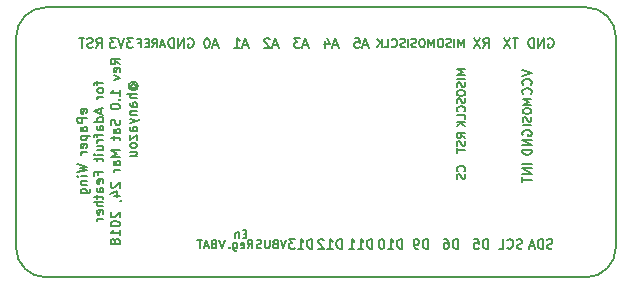
<source format=gbr>
G04 #@! TF.FileFunction,Legend,Bot*
%FSLAX46Y46*%
G04 Gerber Fmt 4.6, Leading zero omitted, Abs format (unit mm)*
G04 Created by KiCad (PCBNEW 4.0.7) date 2018 March 24, Saturday 15:13:57*
%MOMM*%
%LPD*%
G01*
G04 APERTURE LIST*
%ADD10C,0.150000*%
%ADD11C,0.200000*%
G04 APERTURE END LIST*
D10*
D11*
X129287810Y-101663904D02*
X129325905Y-101587714D01*
X129325905Y-101435333D01*
X129287810Y-101359142D01*
X129211619Y-101321047D01*
X128906857Y-101321047D01*
X128830667Y-101359142D01*
X128792571Y-101435333D01*
X128792571Y-101587714D01*
X128830667Y-101663904D01*
X128906857Y-101701999D01*
X128983048Y-101701999D01*
X129059238Y-101321047D01*
X129325905Y-102044856D02*
X128525905Y-102044856D01*
X128525905Y-102349618D01*
X128564000Y-102425809D01*
X128602095Y-102463904D01*
X128678286Y-102501999D01*
X128792571Y-102501999D01*
X128868762Y-102463904D01*
X128906857Y-102425809D01*
X128944952Y-102349618D01*
X128944952Y-102044856D01*
X129325905Y-103187713D02*
X128906857Y-103187713D01*
X128830667Y-103149618D01*
X128792571Y-103073428D01*
X128792571Y-102921047D01*
X128830667Y-102844856D01*
X129287810Y-103187713D02*
X129325905Y-103111523D01*
X129325905Y-102921047D01*
X129287810Y-102844856D01*
X129211619Y-102806761D01*
X129135429Y-102806761D01*
X129059238Y-102844856D01*
X129021143Y-102921047D01*
X129021143Y-103111523D01*
X128983048Y-103187713D01*
X128792571Y-103568666D02*
X129592571Y-103568666D01*
X128830667Y-103568666D02*
X128792571Y-103644857D01*
X128792571Y-103797238D01*
X128830667Y-103873428D01*
X128868762Y-103911523D01*
X128944952Y-103949619D01*
X129173524Y-103949619D01*
X129249714Y-103911523D01*
X129287810Y-103873428D01*
X129325905Y-103797238D01*
X129325905Y-103644857D01*
X129287810Y-103568666D01*
X129287810Y-104597238D02*
X129325905Y-104521048D01*
X129325905Y-104368667D01*
X129287810Y-104292476D01*
X129211619Y-104254381D01*
X128906857Y-104254381D01*
X128830667Y-104292476D01*
X128792571Y-104368667D01*
X128792571Y-104521048D01*
X128830667Y-104597238D01*
X128906857Y-104635333D01*
X128983048Y-104635333D01*
X129059238Y-104254381D01*
X129325905Y-104978190D02*
X128792571Y-104978190D01*
X128944952Y-104978190D02*
X128868762Y-105016285D01*
X128830667Y-105054381D01*
X128792571Y-105130571D01*
X128792571Y-105206762D01*
X128525905Y-106006762D02*
X129325905Y-106197238D01*
X128754476Y-106349619D01*
X129325905Y-106502000D01*
X128525905Y-106692476D01*
X129325905Y-106997238D02*
X128792571Y-106997238D01*
X128525905Y-106997238D02*
X128564000Y-106959143D01*
X128602095Y-106997238D01*
X128564000Y-107035333D01*
X128525905Y-106997238D01*
X128602095Y-106997238D01*
X128792571Y-107378190D02*
X129325905Y-107378190D01*
X128868762Y-107378190D02*
X128830667Y-107416285D01*
X128792571Y-107492476D01*
X128792571Y-107606762D01*
X128830667Y-107682952D01*
X128906857Y-107721047D01*
X129325905Y-107721047D01*
X128792571Y-108444857D02*
X129440190Y-108444857D01*
X129516381Y-108406762D01*
X129554476Y-108368667D01*
X129592571Y-108292476D01*
X129592571Y-108178191D01*
X129554476Y-108102000D01*
X129287810Y-108444857D02*
X129325905Y-108368667D01*
X129325905Y-108216286D01*
X129287810Y-108140095D01*
X129249714Y-108102000D01*
X129173524Y-108063905D01*
X128944952Y-108063905D01*
X128868762Y-108102000D01*
X128830667Y-108140095D01*
X128792571Y-108216286D01*
X128792571Y-108368667D01*
X128830667Y-108444857D01*
X130192571Y-98978189D02*
X130192571Y-99282951D01*
X130725905Y-99092475D02*
X130040190Y-99092475D01*
X129964000Y-99130570D01*
X129925905Y-99206761D01*
X129925905Y-99282951D01*
X130725905Y-99663904D02*
X130687810Y-99587713D01*
X130649714Y-99549618D01*
X130573524Y-99511523D01*
X130344952Y-99511523D01*
X130268762Y-99549618D01*
X130230667Y-99587713D01*
X130192571Y-99663904D01*
X130192571Y-99778190D01*
X130230667Y-99854380D01*
X130268762Y-99892475D01*
X130344952Y-99930571D01*
X130573524Y-99930571D01*
X130649714Y-99892475D01*
X130687810Y-99854380D01*
X130725905Y-99778190D01*
X130725905Y-99663904D01*
X130725905Y-100273428D02*
X130192571Y-100273428D01*
X130344952Y-100273428D02*
X130268762Y-100311523D01*
X130230667Y-100349619D01*
X130192571Y-100425809D01*
X130192571Y-100502000D01*
X130497333Y-101340095D02*
X130497333Y-101721047D01*
X130725905Y-101263904D02*
X129925905Y-101530571D01*
X130725905Y-101797238D01*
X130725905Y-102406761D02*
X129925905Y-102406761D01*
X130687810Y-102406761D02*
X130725905Y-102330571D01*
X130725905Y-102178190D01*
X130687810Y-102101999D01*
X130649714Y-102063904D01*
X130573524Y-102025809D01*
X130344952Y-102025809D01*
X130268762Y-102063904D01*
X130230667Y-102101999D01*
X130192571Y-102178190D01*
X130192571Y-102330571D01*
X130230667Y-102406761D01*
X130725905Y-103130571D02*
X130306857Y-103130571D01*
X130230667Y-103092476D01*
X130192571Y-103016286D01*
X130192571Y-102863905D01*
X130230667Y-102787714D01*
X130687810Y-103130571D02*
X130725905Y-103054381D01*
X130725905Y-102863905D01*
X130687810Y-102787714D01*
X130611619Y-102749619D01*
X130535429Y-102749619D01*
X130459238Y-102787714D01*
X130421143Y-102863905D01*
X130421143Y-103054381D01*
X130383048Y-103130571D01*
X130192571Y-103397238D02*
X130192571Y-103702000D01*
X130725905Y-103511524D02*
X130040190Y-103511524D01*
X129964000Y-103549619D01*
X129925905Y-103625810D01*
X129925905Y-103702000D01*
X130725905Y-103968667D02*
X130192571Y-103968667D01*
X130344952Y-103968667D02*
X130268762Y-104006762D01*
X130230667Y-104044858D01*
X130192571Y-104121048D01*
X130192571Y-104197239D01*
X130192571Y-104806762D02*
X130725905Y-104806762D01*
X130192571Y-104463905D02*
X130611619Y-104463905D01*
X130687810Y-104502000D01*
X130725905Y-104578191D01*
X130725905Y-104692477D01*
X130687810Y-104768667D01*
X130649714Y-104806762D01*
X130725905Y-105187715D02*
X130192571Y-105187715D01*
X129925905Y-105187715D02*
X129964000Y-105149620D01*
X130002095Y-105187715D01*
X129964000Y-105225810D01*
X129925905Y-105187715D01*
X130002095Y-105187715D01*
X130192571Y-105454381D02*
X130192571Y-105759143D01*
X129925905Y-105568667D02*
X130611619Y-105568667D01*
X130687810Y-105606762D01*
X130725905Y-105682953D01*
X130725905Y-105759143D01*
X130306857Y-106902001D02*
X130306857Y-106635334D01*
X130725905Y-106635334D02*
X129925905Y-106635334D01*
X129925905Y-107016287D01*
X130687810Y-107625810D02*
X130725905Y-107549620D01*
X130725905Y-107397239D01*
X130687810Y-107321048D01*
X130611619Y-107282953D01*
X130306857Y-107282953D01*
X130230667Y-107321048D01*
X130192571Y-107397239D01*
X130192571Y-107549620D01*
X130230667Y-107625810D01*
X130306857Y-107663905D01*
X130383048Y-107663905D01*
X130459238Y-107282953D01*
X130725905Y-108349619D02*
X130306857Y-108349619D01*
X130230667Y-108311524D01*
X130192571Y-108235334D01*
X130192571Y-108082953D01*
X130230667Y-108006762D01*
X130687810Y-108349619D02*
X130725905Y-108273429D01*
X130725905Y-108082953D01*
X130687810Y-108006762D01*
X130611619Y-107968667D01*
X130535429Y-107968667D01*
X130459238Y-108006762D01*
X130421143Y-108082953D01*
X130421143Y-108273429D01*
X130383048Y-108349619D01*
X130192571Y-108616286D02*
X130192571Y-108921048D01*
X129925905Y-108730572D02*
X130611619Y-108730572D01*
X130687810Y-108768667D01*
X130725905Y-108844858D01*
X130725905Y-108921048D01*
X130725905Y-109187715D02*
X129925905Y-109187715D01*
X130725905Y-109530572D02*
X130306857Y-109530572D01*
X130230667Y-109492477D01*
X130192571Y-109416287D01*
X130192571Y-109302001D01*
X130230667Y-109225810D01*
X130268762Y-109187715D01*
X130687810Y-110216287D02*
X130725905Y-110140097D01*
X130725905Y-109987716D01*
X130687810Y-109911525D01*
X130611619Y-109873430D01*
X130306857Y-109873430D01*
X130230667Y-109911525D01*
X130192571Y-109987716D01*
X130192571Y-110140097D01*
X130230667Y-110216287D01*
X130306857Y-110254382D01*
X130383048Y-110254382D01*
X130459238Y-109873430D01*
X130725905Y-110597239D02*
X130192571Y-110597239D01*
X130344952Y-110597239D02*
X130268762Y-110635334D01*
X130230667Y-110673430D01*
X130192571Y-110749620D01*
X130192571Y-110825811D01*
X132125905Y-97511522D02*
X131744952Y-97244855D01*
X132125905Y-97054379D02*
X131325905Y-97054379D01*
X131325905Y-97359141D01*
X131364000Y-97435332D01*
X131402095Y-97473427D01*
X131478286Y-97511522D01*
X131592571Y-97511522D01*
X131668762Y-97473427D01*
X131706857Y-97435332D01*
X131744952Y-97359141D01*
X131744952Y-97054379D01*
X132087810Y-98159141D02*
X132125905Y-98082951D01*
X132125905Y-97930570D01*
X132087810Y-97854379D01*
X132011619Y-97816284D01*
X131706857Y-97816284D01*
X131630667Y-97854379D01*
X131592571Y-97930570D01*
X131592571Y-98082951D01*
X131630667Y-98159141D01*
X131706857Y-98197236D01*
X131783048Y-98197236D01*
X131859238Y-97816284D01*
X131592571Y-98463903D02*
X132125905Y-98654379D01*
X131592571Y-98844855D01*
X132125905Y-100178189D02*
X132125905Y-99721046D01*
X132125905Y-99949617D02*
X131325905Y-99949617D01*
X131440190Y-99873427D01*
X131516381Y-99797236D01*
X131554476Y-99721046D01*
X132049714Y-100521046D02*
X132087810Y-100559141D01*
X132125905Y-100521046D01*
X132087810Y-100482951D01*
X132049714Y-100521046D01*
X132125905Y-100521046D01*
X131325905Y-101054379D02*
X131325905Y-101130570D01*
X131364000Y-101206760D01*
X131402095Y-101244855D01*
X131478286Y-101282951D01*
X131630667Y-101321046D01*
X131821143Y-101321046D01*
X131973524Y-101282951D01*
X132049714Y-101244855D01*
X132087810Y-101206760D01*
X132125905Y-101130570D01*
X132125905Y-101054379D01*
X132087810Y-100978189D01*
X132049714Y-100940093D01*
X131973524Y-100901998D01*
X131821143Y-100863903D01*
X131630667Y-100863903D01*
X131478286Y-100901998D01*
X131402095Y-100940093D01*
X131364000Y-100978189D01*
X131325905Y-101054379D01*
X132087810Y-102235332D02*
X132125905Y-102349618D01*
X132125905Y-102540094D01*
X132087810Y-102616284D01*
X132049714Y-102654380D01*
X131973524Y-102692475D01*
X131897333Y-102692475D01*
X131821143Y-102654380D01*
X131783048Y-102616284D01*
X131744952Y-102540094D01*
X131706857Y-102387713D01*
X131668762Y-102311522D01*
X131630667Y-102273427D01*
X131554476Y-102235332D01*
X131478286Y-102235332D01*
X131402095Y-102273427D01*
X131364000Y-102311522D01*
X131325905Y-102387713D01*
X131325905Y-102578189D01*
X131364000Y-102692475D01*
X132125905Y-103378189D02*
X131706857Y-103378189D01*
X131630667Y-103340094D01*
X131592571Y-103263904D01*
X131592571Y-103111523D01*
X131630667Y-103035332D01*
X132087810Y-103378189D02*
X132125905Y-103301999D01*
X132125905Y-103111523D01*
X132087810Y-103035332D01*
X132011619Y-102997237D01*
X131935429Y-102997237D01*
X131859238Y-103035332D01*
X131821143Y-103111523D01*
X131821143Y-103301999D01*
X131783048Y-103378189D01*
X131592571Y-103644856D02*
X131592571Y-103949618D01*
X131325905Y-103759142D02*
X132011619Y-103759142D01*
X132087810Y-103797237D01*
X132125905Y-103873428D01*
X132125905Y-103949618D01*
X132125905Y-104825809D02*
X131325905Y-104825809D01*
X131897333Y-105092476D01*
X131325905Y-105359143D01*
X132125905Y-105359143D01*
X132125905Y-106082952D02*
X131706857Y-106082952D01*
X131630667Y-106044857D01*
X131592571Y-105968667D01*
X131592571Y-105816286D01*
X131630667Y-105740095D01*
X132087810Y-106082952D02*
X132125905Y-106006762D01*
X132125905Y-105816286D01*
X132087810Y-105740095D01*
X132011619Y-105702000D01*
X131935429Y-105702000D01*
X131859238Y-105740095D01*
X131821143Y-105816286D01*
X131821143Y-106006762D01*
X131783048Y-106082952D01*
X132125905Y-106463905D02*
X131592571Y-106463905D01*
X131744952Y-106463905D02*
X131668762Y-106502000D01*
X131630667Y-106540096D01*
X131592571Y-106616286D01*
X131592571Y-106692477D01*
X131402095Y-107530572D02*
X131364000Y-107568667D01*
X131325905Y-107644858D01*
X131325905Y-107835334D01*
X131364000Y-107911524D01*
X131402095Y-107949620D01*
X131478286Y-107987715D01*
X131554476Y-107987715D01*
X131668762Y-107949620D01*
X132125905Y-107492477D01*
X132125905Y-107987715D01*
X131592571Y-108673429D02*
X132125905Y-108673429D01*
X131287810Y-108482953D02*
X131859238Y-108292477D01*
X131859238Y-108787715D01*
X132087810Y-109130572D02*
X132125905Y-109130572D01*
X132202095Y-109092477D01*
X132240190Y-109054382D01*
X131402095Y-110044858D02*
X131364000Y-110082953D01*
X131325905Y-110159144D01*
X131325905Y-110349620D01*
X131364000Y-110425810D01*
X131402095Y-110463906D01*
X131478286Y-110502001D01*
X131554476Y-110502001D01*
X131668762Y-110463906D01*
X132125905Y-110006763D01*
X132125905Y-110502001D01*
X131325905Y-110997239D02*
X131325905Y-111073430D01*
X131364000Y-111149620D01*
X131402095Y-111187715D01*
X131478286Y-111225811D01*
X131630667Y-111263906D01*
X131821143Y-111263906D01*
X131973524Y-111225811D01*
X132049714Y-111187715D01*
X132087810Y-111149620D01*
X132125905Y-111073430D01*
X132125905Y-110997239D01*
X132087810Y-110921049D01*
X132049714Y-110882953D01*
X131973524Y-110844858D01*
X131821143Y-110806763D01*
X131630667Y-110806763D01*
X131478286Y-110844858D01*
X131402095Y-110882953D01*
X131364000Y-110921049D01*
X131325905Y-110997239D01*
X132125905Y-112025811D02*
X132125905Y-111568668D01*
X132125905Y-111797239D02*
X131325905Y-111797239D01*
X131440190Y-111721049D01*
X131516381Y-111644858D01*
X131554476Y-111568668D01*
X131668762Y-112482954D02*
X131630667Y-112406763D01*
X131592571Y-112368668D01*
X131516381Y-112330573D01*
X131478286Y-112330573D01*
X131402095Y-112368668D01*
X131364000Y-112406763D01*
X131325905Y-112482954D01*
X131325905Y-112635335D01*
X131364000Y-112711525D01*
X131402095Y-112749621D01*
X131478286Y-112787716D01*
X131516381Y-112787716D01*
X131592571Y-112749621D01*
X131630667Y-112711525D01*
X131668762Y-112635335D01*
X131668762Y-112482954D01*
X131706857Y-112406763D01*
X131744952Y-112368668D01*
X131821143Y-112330573D01*
X131973524Y-112330573D01*
X132049714Y-112368668D01*
X132087810Y-112406763D01*
X132125905Y-112482954D01*
X132125905Y-112635335D01*
X132087810Y-112711525D01*
X132049714Y-112749621D01*
X131973524Y-112787716D01*
X131821143Y-112787716D01*
X131744952Y-112749621D01*
X131706857Y-112711525D01*
X131668762Y-112635335D01*
X133144952Y-99530569D02*
X133106857Y-99492474D01*
X133068762Y-99416284D01*
X133068762Y-99340093D01*
X133106857Y-99263903D01*
X133144952Y-99225807D01*
X133221143Y-99187712D01*
X133297333Y-99187712D01*
X133373524Y-99225807D01*
X133411619Y-99263903D01*
X133449714Y-99340093D01*
X133449714Y-99416284D01*
X133411619Y-99492474D01*
X133373524Y-99530569D01*
X133068762Y-99530569D02*
X133373524Y-99530569D01*
X133411619Y-99568665D01*
X133411619Y-99606760D01*
X133373524Y-99682950D01*
X133297333Y-99721045D01*
X133106857Y-99721045D01*
X132992571Y-99644855D01*
X132916381Y-99530569D01*
X132878286Y-99378188D01*
X132916381Y-99225807D01*
X132992571Y-99111522D01*
X133106857Y-99035331D01*
X133259238Y-98997236D01*
X133411619Y-99035331D01*
X133525905Y-99111522D01*
X133602095Y-99225807D01*
X133640190Y-99378188D01*
X133602095Y-99530569D01*
X133525905Y-99644855D01*
X133525905Y-100063902D02*
X132725905Y-100063902D01*
X133525905Y-100406759D02*
X133106857Y-100406759D01*
X133030667Y-100368664D01*
X132992571Y-100292474D01*
X132992571Y-100178188D01*
X133030667Y-100101997D01*
X133068762Y-100063902D01*
X133525905Y-101130569D02*
X133106857Y-101130569D01*
X133030667Y-101092474D01*
X132992571Y-101016284D01*
X132992571Y-100863903D01*
X133030667Y-100787712D01*
X133487810Y-101130569D02*
X133525905Y-101054379D01*
X133525905Y-100863903D01*
X133487810Y-100787712D01*
X133411619Y-100749617D01*
X133335429Y-100749617D01*
X133259238Y-100787712D01*
X133221143Y-100863903D01*
X133221143Y-101054379D01*
X133183048Y-101130569D01*
X132992571Y-101511522D02*
X133525905Y-101511522D01*
X133068762Y-101511522D02*
X133030667Y-101549617D01*
X132992571Y-101625808D01*
X132992571Y-101740094D01*
X133030667Y-101816284D01*
X133106857Y-101854379D01*
X133525905Y-101854379D01*
X132992571Y-102159142D02*
X133525905Y-102349618D01*
X132992571Y-102540094D02*
X133525905Y-102349618D01*
X133716381Y-102273427D01*
X133754476Y-102235332D01*
X133792571Y-102159142D01*
X133525905Y-103187713D02*
X133106857Y-103187713D01*
X133030667Y-103149618D01*
X132992571Y-103073428D01*
X132992571Y-102921047D01*
X133030667Y-102844856D01*
X133487810Y-103187713D02*
X133525905Y-103111523D01*
X133525905Y-102921047D01*
X133487810Y-102844856D01*
X133411619Y-102806761D01*
X133335429Y-102806761D01*
X133259238Y-102844856D01*
X133221143Y-102921047D01*
X133221143Y-103111523D01*
X133183048Y-103187713D01*
X132992571Y-103492476D02*
X132992571Y-103911523D01*
X133525905Y-103492476D01*
X133525905Y-103911523D01*
X133525905Y-104330571D02*
X133487810Y-104254380D01*
X133449714Y-104216285D01*
X133373524Y-104178190D01*
X133144952Y-104178190D01*
X133068762Y-104216285D01*
X133030667Y-104254380D01*
X132992571Y-104330571D01*
X132992571Y-104444857D01*
X133030667Y-104521047D01*
X133068762Y-104559142D01*
X133144952Y-104597238D01*
X133373524Y-104597238D01*
X133449714Y-104559142D01*
X133487810Y-104521047D01*
X133525905Y-104444857D01*
X133525905Y-104330571D01*
X132992571Y-105282952D02*
X133525905Y-105282952D01*
X132992571Y-104940095D02*
X133411619Y-104940095D01*
X133487810Y-104978190D01*
X133525905Y-105054381D01*
X133525905Y-105168667D01*
X133487810Y-105244857D01*
X133449714Y-105282952D01*
D10*
X125857000Y-115570000D02*
G75*
G02X123317000Y-113030000I0J2540000D01*
G01*
X123317000Y-95250000D02*
G75*
G02X125857000Y-92710000I2540000J0D01*
G01*
X171577000Y-92710000D02*
G75*
G02X174117000Y-95250000I0J-2540000D01*
G01*
X174117000Y-113030000D02*
G75*
G02X171577000Y-115570000I-2540000J0D01*
G01*
X174117000Y-113030000D02*
X174117000Y-95250000D01*
X125857000Y-115570000D02*
X171577000Y-115570000D01*
X123317000Y-95250000D02*
X123317000Y-113030000D01*
X125857000Y-92710000D02*
X171577000Y-92710000D01*
X171577000Y-92710000D02*
X125857000Y-92710000D01*
X142933666Y-113092667D02*
X143167000Y-112759333D01*
X143333666Y-113092667D02*
X143333666Y-112392667D01*
X143067000Y-112392667D01*
X143000333Y-112426000D01*
X142967000Y-112459333D01*
X142933666Y-112526000D01*
X142933666Y-112626000D01*
X142967000Y-112692667D01*
X143000333Y-112726000D01*
X143067000Y-112759333D01*
X143333666Y-112759333D01*
X142367000Y-113059333D02*
X142433666Y-113092667D01*
X142567000Y-113092667D01*
X142633666Y-113059333D01*
X142667000Y-112992667D01*
X142667000Y-112726000D01*
X142633666Y-112659333D01*
X142567000Y-112626000D01*
X142433666Y-112626000D01*
X142367000Y-112659333D01*
X142333666Y-112726000D01*
X142333666Y-112792667D01*
X142667000Y-112859333D01*
X141733666Y-112626000D02*
X141733666Y-113192667D01*
X141767000Y-113259333D01*
X141800333Y-113292667D01*
X141867000Y-113326000D01*
X141967000Y-113326000D01*
X142033666Y-113292667D01*
X141733666Y-113059333D02*
X141800333Y-113092667D01*
X141933666Y-113092667D01*
X142000333Y-113059333D01*
X142033666Y-113026000D01*
X142067000Y-112959333D01*
X142067000Y-112759333D01*
X142033666Y-112692667D01*
X142000333Y-112659333D01*
X141933666Y-112626000D01*
X141800333Y-112626000D01*
X141733666Y-112659333D01*
X141400333Y-113026000D02*
X141367000Y-113059333D01*
X141400333Y-113092667D01*
X141433667Y-113059333D01*
X141400333Y-113026000D01*
X141400333Y-113092667D01*
X140976999Y-112392667D02*
X140743666Y-113092667D01*
X140510333Y-112392667D01*
X140043666Y-112726000D02*
X139943666Y-112759333D01*
X139910333Y-112792667D01*
X139876999Y-112859333D01*
X139876999Y-112959333D01*
X139910333Y-113026000D01*
X139943666Y-113059333D01*
X140010333Y-113092667D01*
X140276999Y-113092667D01*
X140276999Y-112392667D01*
X140043666Y-112392667D01*
X139976999Y-112426000D01*
X139943666Y-112459333D01*
X139910333Y-112526000D01*
X139910333Y-112592667D01*
X139943666Y-112659333D01*
X139976999Y-112692667D01*
X140043666Y-112726000D01*
X140276999Y-112726000D01*
X139610333Y-112892667D02*
X139276999Y-112892667D01*
X139676999Y-113092667D02*
X139443666Y-112392667D01*
X139210333Y-113092667D01*
X139076999Y-112392667D02*
X138676999Y-112392667D01*
X138876999Y-113092667D02*
X138876999Y-112392667D01*
X142833666Y-111862400D02*
X142600333Y-111862400D01*
X142500333Y-112229067D02*
X142833666Y-112229067D01*
X142833666Y-111529067D01*
X142500333Y-111529067D01*
X142200333Y-111762400D02*
X142200333Y-112229067D01*
X142200333Y-111829067D02*
X142167000Y-111795733D01*
X142100333Y-111762400D01*
X142000333Y-111762400D01*
X141933667Y-111795733D01*
X141900333Y-111862400D01*
X141900333Y-112229067D01*
X146190333Y-112392667D02*
X145957000Y-113092667D01*
X145723667Y-112392667D01*
X145257000Y-112726000D02*
X145157000Y-112759333D01*
X145123667Y-112792667D01*
X145090333Y-112859333D01*
X145090333Y-112959333D01*
X145123667Y-113026000D01*
X145157000Y-113059333D01*
X145223667Y-113092667D01*
X145490333Y-113092667D01*
X145490333Y-112392667D01*
X145257000Y-112392667D01*
X145190333Y-112426000D01*
X145157000Y-112459333D01*
X145123667Y-112526000D01*
X145123667Y-112592667D01*
X145157000Y-112659333D01*
X145190333Y-112692667D01*
X145257000Y-112726000D01*
X145490333Y-112726000D01*
X144790333Y-112392667D02*
X144790333Y-112959333D01*
X144757000Y-113026000D01*
X144723667Y-113059333D01*
X144657000Y-113092667D01*
X144523667Y-113092667D01*
X144457000Y-113059333D01*
X144423667Y-113026000D01*
X144390333Y-112959333D01*
X144390333Y-112392667D01*
X144090334Y-113059333D02*
X143990334Y-113092667D01*
X143823667Y-113092667D01*
X143757000Y-113059333D01*
X143723667Y-113026000D01*
X143690334Y-112959333D01*
X143690334Y-112892667D01*
X143723667Y-112826000D01*
X143757000Y-112792667D01*
X143823667Y-112759333D01*
X143957000Y-112726000D01*
X144023667Y-112692667D01*
X144057000Y-112659333D01*
X144090334Y-112592667D01*
X144090334Y-112526000D01*
X144057000Y-112459333D01*
X144023667Y-112426000D01*
X143957000Y-112392667D01*
X143790334Y-112392667D01*
X143690334Y-112426000D01*
X148418429Y-113137905D02*
X148418429Y-112337905D01*
X148227953Y-112337905D01*
X148113667Y-112376000D01*
X148037476Y-112452190D01*
X147999381Y-112528381D01*
X147961286Y-112680762D01*
X147961286Y-112795048D01*
X147999381Y-112947429D01*
X148037476Y-113023619D01*
X148113667Y-113099810D01*
X148227953Y-113137905D01*
X148418429Y-113137905D01*
X147199381Y-113137905D02*
X147656524Y-113137905D01*
X147427953Y-113137905D02*
X147427953Y-112337905D01*
X147504143Y-112452190D01*
X147580334Y-112528381D01*
X147656524Y-112566476D01*
X146932714Y-112337905D02*
X146437476Y-112337905D01*
X146704143Y-112642667D01*
X146589857Y-112642667D01*
X146513667Y-112680762D01*
X146475571Y-112718857D01*
X146437476Y-112795048D01*
X146437476Y-112985524D01*
X146475571Y-113061714D01*
X146513667Y-113099810D01*
X146589857Y-113137905D01*
X146818429Y-113137905D01*
X146894619Y-113099810D01*
X146932714Y-113061714D01*
X150907629Y-113137905D02*
X150907629Y-112337905D01*
X150717153Y-112337905D01*
X150602867Y-112376000D01*
X150526676Y-112452190D01*
X150488581Y-112528381D01*
X150450486Y-112680762D01*
X150450486Y-112795048D01*
X150488581Y-112947429D01*
X150526676Y-113023619D01*
X150602867Y-113099810D01*
X150717153Y-113137905D01*
X150907629Y-113137905D01*
X149688581Y-113137905D02*
X150145724Y-113137905D01*
X149917153Y-113137905D02*
X149917153Y-112337905D01*
X149993343Y-112452190D01*
X150069534Y-112528381D01*
X150145724Y-112566476D01*
X149383819Y-112414095D02*
X149345724Y-112376000D01*
X149269533Y-112337905D01*
X149079057Y-112337905D01*
X149002867Y-112376000D01*
X148964771Y-112414095D01*
X148926676Y-112490286D01*
X148926676Y-112566476D01*
X148964771Y-112680762D01*
X149421914Y-113137905D01*
X148926676Y-113137905D01*
X153498429Y-113137905D02*
X153498429Y-112337905D01*
X153307953Y-112337905D01*
X153193667Y-112376000D01*
X153117476Y-112452190D01*
X153079381Y-112528381D01*
X153041286Y-112680762D01*
X153041286Y-112795048D01*
X153079381Y-112947429D01*
X153117476Y-113023619D01*
X153193667Y-113099810D01*
X153307953Y-113137905D01*
X153498429Y-113137905D01*
X152279381Y-113137905D02*
X152736524Y-113137905D01*
X152507953Y-113137905D02*
X152507953Y-112337905D01*
X152584143Y-112452190D01*
X152660334Y-112528381D01*
X152736524Y-112566476D01*
X151517476Y-113137905D02*
X151974619Y-113137905D01*
X151746048Y-113137905D02*
X151746048Y-112337905D01*
X151822238Y-112452190D01*
X151898429Y-112528381D01*
X151974619Y-112566476D01*
X156038429Y-113137905D02*
X156038429Y-112337905D01*
X155847953Y-112337905D01*
X155733667Y-112376000D01*
X155657476Y-112452190D01*
X155619381Y-112528381D01*
X155581286Y-112680762D01*
X155581286Y-112795048D01*
X155619381Y-112947429D01*
X155657476Y-113023619D01*
X155733667Y-113099810D01*
X155847953Y-113137905D01*
X156038429Y-113137905D01*
X154819381Y-113137905D02*
X155276524Y-113137905D01*
X155047953Y-113137905D02*
X155047953Y-112337905D01*
X155124143Y-112452190D01*
X155200334Y-112528381D01*
X155276524Y-112566476D01*
X154324143Y-112337905D02*
X154247952Y-112337905D01*
X154171762Y-112376000D01*
X154133667Y-112414095D01*
X154095571Y-112490286D01*
X154057476Y-112642667D01*
X154057476Y-112833143D01*
X154095571Y-112985524D01*
X154133667Y-113061714D01*
X154171762Y-113099810D01*
X154247952Y-113137905D01*
X154324143Y-113137905D01*
X154400333Y-113099810D01*
X154438429Y-113061714D01*
X154476524Y-112985524D01*
X154514619Y-112833143D01*
X154514619Y-112642667D01*
X154476524Y-112490286D01*
X154438429Y-112414095D01*
X154400333Y-112376000D01*
X154324143Y-112337905D01*
X158197476Y-113137905D02*
X158197476Y-112337905D01*
X158007000Y-112337905D01*
X157892714Y-112376000D01*
X157816523Y-112452190D01*
X157778428Y-112528381D01*
X157740333Y-112680762D01*
X157740333Y-112795048D01*
X157778428Y-112947429D01*
X157816523Y-113023619D01*
X157892714Y-113099810D01*
X158007000Y-113137905D01*
X158197476Y-113137905D01*
X157359381Y-113137905D02*
X157207000Y-113137905D01*
X157130809Y-113099810D01*
X157092714Y-113061714D01*
X157016523Y-112947429D01*
X156978428Y-112795048D01*
X156978428Y-112490286D01*
X157016523Y-112414095D01*
X157054619Y-112376000D01*
X157130809Y-112337905D01*
X157283190Y-112337905D01*
X157359381Y-112376000D01*
X157397476Y-112414095D01*
X157435571Y-112490286D01*
X157435571Y-112680762D01*
X157397476Y-112756952D01*
X157359381Y-112795048D01*
X157283190Y-112833143D01*
X157130809Y-112833143D01*
X157054619Y-112795048D01*
X157016523Y-112756952D01*
X156978428Y-112680762D01*
X160737476Y-113137905D02*
X160737476Y-112337905D01*
X160547000Y-112337905D01*
X160432714Y-112376000D01*
X160356523Y-112452190D01*
X160318428Y-112528381D01*
X160280333Y-112680762D01*
X160280333Y-112795048D01*
X160318428Y-112947429D01*
X160356523Y-113023619D01*
X160432714Y-113099810D01*
X160547000Y-113137905D01*
X160737476Y-113137905D01*
X159594619Y-112337905D02*
X159747000Y-112337905D01*
X159823190Y-112376000D01*
X159861285Y-112414095D01*
X159937476Y-112528381D01*
X159975571Y-112680762D01*
X159975571Y-112985524D01*
X159937476Y-113061714D01*
X159899381Y-113099810D01*
X159823190Y-113137905D01*
X159670809Y-113137905D01*
X159594619Y-113099810D01*
X159556523Y-113061714D01*
X159518428Y-112985524D01*
X159518428Y-112795048D01*
X159556523Y-112718857D01*
X159594619Y-112680762D01*
X159670809Y-112642667D01*
X159823190Y-112642667D01*
X159899381Y-112680762D01*
X159937476Y-112718857D01*
X159975571Y-112795048D01*
X163277476Y-113137905D02*
X163277476Y-112337905D01*
X163087000Y-112337905D01*
X162972714Y-112376000D01*
X162896523Y-112452190D01*
X162858428Y-112528381D01*
X162820333Y-112680762D01*
X162820333Y-112795048D01*
X162858428Y-112947429D01*
X162896523Y-113023619D01*
X162972714Y-113099810D01*
X163087000Y-113137905D01*
X163277476Y-113137905D01*
X162096523Y-112337905D02*
X162477476Y-112337905D01*
X162515571Y-112718857D01*
X162477476Y-112680762D01*
X162401285Y-112642667D01*
X162210809Y-112642667D01*
X162134619Y-112680762D01*
X162096523Y-112718857D01*
X162058428Y-112795048D01*
X162058428Y-112985524D01*
X162096523Y-113061714D01*
X162134619Y-113099810D01*
X162210809Y-113137905D01*
X162401285Y-113137905D01*
X162477476Y-113099810D01*
X162515571Y-113061714D01*
X166179381Y-113099810D02*
X166065095Y-113137905D01*
X165874619Y-113137905D01*
X165798429Y-113099810D01*
X165760333Y-113061714D01*
X165722238Y-112985524D01*
X165722238Y-112909333D01*
X165760333Y-112833143D01*
X165798429Y-112795048D01*
X165874619Y-112756952D01*
X166027000Y-112718857D01*
X166103191Y-112680762D01*
X166141286Y-112642667D01*
X166179381Y-112566476D01*
X166179381Y-112490286D01*
X166141286Y-112414095D01*
X166103191Y-112376000D01*
X166027000Y-112337905D01*
X165836524Y-112337905D01*
X165722238Y-112376000D01*
X164922238Y-113061714D02*
X164960333Y-113099810D01*
X165074619Y-113137905D01*
X165150809Y-113137905D01*
X165265095Y-113099810D01*
X165341286Y-113023619D01*
X165379381Y-112947429D01*
X165417476Y-112795048D01*
X165417476Y-112680762D01*
X165379381Y-112528381D01*
X165341286Y-112452190D01*
X165265095Y-112376000D01*
X165150809Y-112337905D01*
X165074619Y-112337905D01*
X164960333Y-112376000D01*
X164922238Y-112414095D01*
X164198428Y-113137905D02*
X164579381Y-113137905D01*
X164579381Y-112337905D01*
X168738428Y-113099810D02*
X168624142Y-113137905D01*
X168433666Y-113137905D01*
X168357476Y-113099810D01*
X168319380Y-113061714D01*
X168281285Y-112985524D01*
X168281285Y-112909333D01*
X168319380Y-112833143D01*
X168357476Y-112795048D01*
X168433666Y-112756952D01*
X168586047Y-112718857D01*
X168662238Y-112680762D01*
X168700333Y-112642667D01*
X168738428Y-112566476D01*
X168738428Y-112490286D01*
X168700333Y-112414095D01*
X168662238Y-112376000D01*
X168586047Y-112337905D01*
X168395571Y-112337905D01*
X168281285Y-112376000D01*
X167938428Y-113137905D02*
X167938428Y-112337905D01*
X167747952Y-112337905D01*
X167633666Y-112376000D01*
X167557475Y-112452190D01*
X167519380Y-112528381D01*
X167481285Y-112680762D01*
X167481285Y-112795048D01*
X167519380Y-112947429D01*
X167557475Y-113023619D01*
X167633666Y-113099810D01*
X167747952Y-113137905D01*
X167938428Y-113137905D01*
X167176523Y-112909333D02*
X166795571Y-112909333D01*
X167252714Y-113137905D02*
X166986047Y-112337905D01*
X166719380Y-113137905D01*
X168376523Y-95358000D02*
X168452714Y-95319905D01*
X168566999Y-95319905D01*
X168681285Y-95358000D01*
X168757476Y-95434190D01*
X168795571Y-95510381D01*
X168833666Y-95662762D01*
X168833666Y-95777048D01*
X168795571Y-95929429D01*
X168757476Y-96005619D01*
X168681285Y-96081810D01*
X168566999Y-96119905D01*
X168490809Y-96119905D01*
X168376523Y-96081810D01*
X168338428Y-96043714D01*
X168338428Y-95777048D01*
X168490809Y-95777048D01*
X167995571Y-96119905D02*
X167995571Y-95319905D01*
X167538428Y-96119905D01*
X167538428Y-95319905D01*
X167157476Y-96119905D02*
X167157476Y-95319905D01*
X166967000Y-95319905D01*
X166852714Y-95358000D01*
X166776523Y-95434190D01*
X166738428Y-95510381D01*
X166700333Y-95662762D01*
X166700333Y-95777048D01*
X166738428Y-95929429D01*
X166776523Y-96005619D01*
X166852714Y-96081810D01*
X166967000Y-96119905D01*
X167157476Y-96119905D01*
X165836524Y-95319905D02*
X165379381Y-95319905D01*
X165607952Y-96119905D02*
X165607952Y-95319905D01*
X165188904Y-95319905D02*
X164655571Y-96119905D01*
X164655571Y-95319905D02*
X165188904Y-96119905D01*
X162871133Y-96119905D02*
X163137800Y-95738952D01*
X163328276Y-96119905D02*
X163328276Y-95319905D01*
X163023514Y-95319905D01*
X162947323Y-95358000D01*
X162909228Y-95396095D01*
X162871133Y-95472286D01*
X162871133Y-95586571D01*
X162909228Y-95662762D01*
X162947323Y-95700857D01*
X163023514Y-95738952D01*
X163328276Y-95738952D01*
X162604466Y-95319905D02*
X162071133Y-96119905D01*
X162071133Y-95319905D02*
X162604466Y-96119905D01*
X161246999Y-96074667D02*
X161246999Y-95374667D01*
X161013666Y-95874667D01*
X160780333Y-95374667D01*
X160780333Y-96074667D01*
X160446999Y-96074667D02*
X160446999Y-95374667D01*
X160147000Y-96041333D02*
X160047000Y-96074667D01*
X159880333Y-96074667D01*
X159813666Y-96041333D01*
X159780333Y-96008000D01*
X159747000Y-95941333D01*
X159747000Y-95874667D01*
X159780333Y-95808000D01*
X159813666Y-95774667D01*
X159880333Y-95741333D01*
X160013666Y-95708000D01*
X160080333Y-95674667D01*
X160113666Y-95641333D01*
X160147000Y-95574667D01*
X160147000Y-95508000D01*
X160113666Y-95441333D01*
X160080333Y-95408000D01*
X160013666Y-95374667D01*
X159847000Y-95374667D01*
X159747000Y-95408000D01*
X159313666Y-95374667D02*
X159180333Y-95374667D01*
X159113666Y-95408000D01*
X159046999Y-95474667D01*
X159013666Y-95608000D01*
X159013666Y-95841333D01*
X159046999Y-95974667D01*
X159113666Y-96041333D01*
X159180333Y-96074667D01*
X159313666Y-96074667D01*
X159380333Y-96041333D01*
X159446999Y-95974667D01*
X159480333Y-95841333D01*
X159480333Y-95608000D01*
X159446999Y-95474667D01*
X159380333Y-95408000D01*
X159313666Y-95374667D01*
X158706999Y-96074667D02*
X158706999Y-95374667D01*
X158473666Y-95874667D01*
X158240333Y-95374667D01*
X158240333Y-96074667D01*
X157773666Y-95374667D02*
X157640333Y-95374667D01*
X157573666Y-95408000D01*
X157506999Y-95474667D01*
X157473666Y-95608000D01*
X157473666Y-95841333D01*
X157506999Y-95974667D01*
X157573666Y-96041333D01*
X157640333Y-96074667D01*
X157773666Y-96074667D01*
X157840333Y-96041333D01*
X157906999Y-95974667D01*
X157940333Y-95841333D01*
X157940333Y-95608000D01*
X157906999Y-95474667D01*
X157840333Y-95408000D01*
X157773666Y-95374667D01*
X157207000Y-96041333D02*
X157107000Y-96074667D01*
X156940333Y-96074667D01*
X156873666Y-96041333D01*
X156840333Y-96008000D01*
X156807000Y-95941333D01*
X156807000Y-95874667D01*
X156840333Y-95808000D01*
X156873666Y-95774667D01*
X156940333Y-95741333D01*
X157073666Y-95708000D01*
X157140333Y-95674667D01*
X157173666Y-95641333D01*
X157207000Y-95574667D01*
X157207000Y-95508000D01*
X157173666Y-95441333D01*
X157140333Y-95408000D01*
X157073666Y-95374667D01*
X156907000Y-95374667D01*
X156807000Y-95408000D01*
X156506999Y-96074667D02*
X156506999Y-95374667D01*
X156250334Y-96041333D02*
X156150334Y-96074667D01*
X155983667Y-96074667D01*
X155917000Y-96041333D01*
X155883667Y-96008000D01*
X155850334Y-95941333D01*
X155850334Y-95874667D01*
X155883667Y-95808000D01*
X155917000Y-95774667D01*
X155983667Y-95741333D01*
X156117000Y-95708000D01*
X156183667Y-95674667D01*
X156217000Y-95641333D01*
X156250334Y-95574667D01*
X156250334Y-95508000D01*
X156217000Y-95441333D01*
X156183667Y-95408000D01*
X156117000Y-95374667D01*
X155950334Y-95374667D01*
X155850334Y-95408000D01*
X155150333Y-96008000D02*
X155183667Y-96041333D01*
X155283667Y-96074667D01*
X155350333Y-96074667D01*
X155450333Y-96041333D01*
X155517000Y-95974667D01*
X155550333Y-95908000D01*
X155583667Y-95774667D01*
X155583667Y-95674667D01*
X155550333Y-95541333D01*
X155517000Y-95474667D01*
X155450333Y-95408000D01*
X155350333Y-95374667D01*
X155283667Y-95374667D01*
X155183667Y-95408000D01*
X155150333Y-95441333D01*
X154517000Y-96074667D02*
X154850333Y-96074667D01*
X154850333Y-95374667D01*
X154283666Y-96074667D02*
X154283666Y-95374667D01*
X153883666Y-96074667D02*
X154183666Y-95674667D01*
X153883666Y-95374667D02*
X154283666Y-95774667D01*
X153098428Y-95891333D02*
X152717476Y-95891333D01*
X153174619Y-96119905D02*
X152907952Y-95319905D01*
X152641285Y-96119905D01*
X151993666Y-95319905D02*
X152374619Y-95319905D01*
X152412714Y-95700857D01*
X152374619Y-95662762D01*
X152298428Y-95624667D01*
X152107952Y-95624667D01*
X152031762Y-95662762D01*
X151993666Y-95700857D01*
X151955571Y-95777048D01*
X151955571Y-95967524D01*
X151993666Y-96043714D01*
X152031762Y-96081810D01*
X152107952Y-96119905D01*
X152298428Y-96119905D01*
X152374619Y-96081810D01*
X152412714Y-96043714D01*
X150558428Y-95891333D02*
X150177476Y-95891333D01*
X150634619Y-96119905D02*
X150367952Y-95319905D01*
X150101285Y-96119905D01*
X149491762Y-95586571D02*
X149491762Y-96119905D01*
X149682238Y-95281810D02*
X149872714Y-95853238D01*
X149377476Y-95853238D01*
X148018428Y-95891333D02*
X147637476Y-95891333D01*
X148094619Y-96119905D02*
X147827952Y-95319905D01*
X147561285Y-96119905D01*
X147370809Y-95319905D02*
X146875571Y-95319905D01*
X147142238Y-95624667D01*
X147027952Y-95624667D01*
X146951762Y-95662762D01*
X146913666Y-95700857D01*
X146875571Y-95777048D01*
X146875571Y-95967524D01*
X146913666Y-96043714D01*
X146951762Y-96081810D01*
X147027952Y-96119905D01*
X147256524Y-96119905D01*
X147332714Y-96081810D01*
X147370809Y-96043714D01*
X145478428Y-95891333D02*
X145097476Y-95891333D01*
X145554619Y-96119905D02*
X145287952Y-95319905D01*
X145021285Y-96119905D01*
X144792714Y-95396095D02*
X144754619Y-95358000D01*
X144678428Y-95319905D01*
X144487952Y-95319905D01*
X144411762Y-95358000D01*
X144373666Y-95396095D01*
X144335571Y-95472286D01*
X144335571Y-95548476D01*
X144373666Y-95662762D01*
X144830809Y-96119905D01*
X144335571Y-96119905D01*
X142938428Y-95891333D02*
X142557476Y-95891333D01*
X143014619Y-96119905D02*
X142747952Y-95319905D01*
X142481285Y-96119905D01*
X141795571Y-96119905D02*
X142252714Y-96119905D01*
X142024143Y-96119905D02*
X142024143Y-95319905D01*
X142100333Y-95434190D01*
X142176524Y-95510381D01*
X142252714Y-95548476D01*
X140398428Y-95891333D02*
X140017476Y-95891333D01*
X140474619Y-96119905D02*
X140207952Y-95319905D01*
X139941285Y-96119905D01*
X139522238Y-95319905D02*
X139446047Y-95319905D01*
X139369857Y-95358000D01*
X139331762Y-95396095D01*
X139293666Y-95472286D01*
X139255571Y-95624667D01*
X139255571Y-95815143D01*
X139293666Y-95967524D01*
X139331762Y-96043714D01*
X139369857Y-96081810D01*
X139446047Y-96119905D01*
X139522238Y-96119905D01*
X139598428Y-96081810D01*
X139636524Y-96043714D01*
X139674619Y-95967524D01*
X139712714Y-95815143D01*
X139712714Y-95624667D01*
X139674619Y-95472286D01*
X139636524Y-95396095D01*
X139598428Y-95358000D01*
X139522238Y-95319905D01*
X137896523Y-95358000D02*
X137972714Y-95319905D01*
X138086999Y-95319905D01*
X138201285Y-95358000D01*
X138277476Y-95434190D01*
X138315571Y-95510381D01*
X138353666Y-95662762D01*
X138353666Y-95777048D01*
X138315571Y-95929429D01*
X138277476Y-96005619D01*
X138201285Y-96081810D01*
X138086999Y-96119905D01*
X138010809Y-96119905D01*
X137896523Y-96081810D01*
X137858428Y-96043714D01*
X137858428Y-95777048D01*
X138010809Y-95777048D01*
X137515571Y-96119905D02*
X137515571Y-95319905D01*
X137058428Y-96119905D01*
X137058428Y-95319905D01*
X136677476Y-96119905D02*
X136677476Y-95319905D01*
X136487000Y-95319905D01*
X136372714Y-95358000D01*
X136296523Y-95434190D01*
X136258428Y-95510381D01*
X136220333Y-95662762D01*
X136220333Y-95777048D01*
X136258428Y-95929429D01*
X136296523Y-96005619D01*
X136372714Y-96081810D01*
X136487000Y-96119905D01*
X136677476Y-96119905D01*
X135880333Y-95874667D02*
X135546999Y-95874667D01*
X135946999Y-96074667D02*
X135713666Y-95374667D01*
X135480333Y-96074667D01*
X134846999Y-96074667D02*
X135080333Y-95741333D01*
X135246999Y-96074667D02*
X135246999Y-95374667D01*
X134980333Y-95374667D01*
X134913666Y-95408000D01*
X134880333Y-95441333D01*
X134846999Y-95508000D01*
X134846999Y-95608000D01*
X134880333Y-95674667D01*
X134913666Y-95708000D01*
X134980333Y-95741333D01*
X135246999Y-95741333D01*
X134546999Y-95708000D02*
X134313666Y-95708000D01*
X134213666Y-96074667D02*
X134546999Y-96074667D01*
X134546999Y-95374667D01*
X134213666Y-95374667D01*
X133680333Y-95708000D02*
X133913666Y-95708000D01*
X133913666Y-96074667D02*
X133913666Y-95374667D01*
X133580333Y-95374667D01*
X133197476Y-95319905D02*
X132702238Y-95319905D01*
X132968905Y-95624667D01*
X132854619Y-95624667D01*
X132778429Y-95662762D01*
X132740333Y-95700857D01*
X132702238Y-95777048D01*
X132702238Y-95967524D01*
X132740333Y-96043714D01*
X132778429Y-96081810D01*
X132854619Y-96119905D01*
X133083191Y-96119905D01*
X133159381Y-96081810D01*
X133197476Y-96043714D01*
X132473667Y-95319905D02*
X132207000Y-96119905D01*
X131940333Y-95319905D01*
X131749857Y-95319905D02*
X131254619Y-95319905D01*
X131521286Y-95624667D01*
X131407000Y-95624667D01*
X131330810Y-95662762D01*
X131292714Y-95700857D01*
X131254619Y-95777048D01*
X131254619Y-95967524D01*
X131292714Y-96043714D01*
X131330810Y-96081810D01*
X131407000Y-96119905D01*
X131635572Y-96119905D01*
X131711762Y-96081810D01*
X131749857Y-96043714D01*
X130105095Y-96119905D02*
X130371762Y-95738952D01*
X130562238Y-96119905D02*
X130562238Y-95319905D01*
X130257476Y-95319905D01*
X130181285Y-95358000D01*
X130143190Y-95396095D01*
X130105095Y-95472286D01*
X130105095Y-95586571D01*
X130143190Y-95662762D01*
X130181285Y-95700857D01*
X130257476Y-95738952D01*
X130562238Y-95738952D01*
X129800333Y-96081810D02*
X129686047Y-96119905D01*
X129495571Y-96119905D01*
X129419381Y-96081810D01*
X129381285Y-96043714D01*
X129343190Y-95967524D01*
X129343190Y-95891333D01*
X129381285Y-95815143D01*
X129419381Y-95777048D01*
X129495571Y-95738952D01*
X129647952Y-95700857D01*
X129724143Y-95662762D01*
X129762238Y-95624667D01*
X129800333Y-95548476D01*
X129800333Y-95472286D01*
X129762238Y-95396095D01*
X129724143Y-95358000D01*
X129647952Y-95319905D01*
X129457476Y-95319905D01*
X129343190Y-95358000D01*
X129114619Y-95319905D02*
X128657476Y-95319905D01*
X128886047Y-96119905D02*
X128886047Y-95319905D01*
X161352667Y-103756667D02*
X161019333Y-103523333D01*
X161352667Y-103356667D02*
X160652667Y-103356667D01*
X160652667Y-103623333D01*
X160686000Y-103690000D01*
X160719333Y-103723333D01*
X160786000Y-103756667D01*
X160886000Y-103756667D01*
X160952667Y-103723333D01*
X160986000Y-103690000D01*
X161019333Y-103623333D01*
X161019333Y-103356667D01*
X161319333Y-104023333D02*
X161352667Y-104123333D01*
X161352667Y-104290000D01*
X161319333Y-104356667D01*
X161286000Y-104390000D01*
X161219333Y-104423333D01*
X161152667Y-104423333D01*
X161086000Y-104390000D01*
X161052667Y-104356667D01*
X161019333Y-104290000D01*
X160986000Y-104156667D01*
X160952667Y-104090000D01*
X160919333Y-104056667D01*
X160852667Y-104023333D01*
X160786000Y-104023333D01*
X160719333Y-104056667D01*
X160686000Y-104090000D01*
X160652667Y-104156667D01*
X160652667Y-104323333D01*
X160686000Y-104423333D01*
X160652667Y-104623334D02*
X160652667Y-105023334D01*
X161352667Y-104823334D02*
X160652667Y-104823334D01*
X161352667Y-97960001D02*
X160652667Y-97960001D01*
X161152667Y-98193334D01*
X160652667Y-98426667D01*
X161352667Y-98426667D01*
X161352667Y-98760001D02*
X160652667Y-98760001D01*
X161319333Y-99060000D02*
X161352667Y-99160000D01*
X161352667Y-99326667D01*
X161319333Y-99393334D01*
X161286000Y-99426667D01*
X161219333Y-99460000D01*
X161152667Y-99460000D01*
X161086000Y-99426667D01*
X161052667Y-99393334D01*
X161019333Y-99326667D01*
X160986000Y-99193334D01*
X160952667Y-99126667D01*
X160919333Y-99093334D01*
X160852667Y-99060000D01*
X160786000Y-99060000D01*
X160719333Y-99093334D01*
X160686000Y-99126667D01*
X160652667Y-99193334D01*
X160652667Y-99360000D01*
X160686000Y-99460000D01*
X160652667Y-99893334D02*
X160652667Y-100026667D01*
X160686000Y-100093334D01*
X160752667Y-100160001D01*
X160886000Y-100193334D01*
X161119333Y-100193334D01*
X161252667Y-100160001D01*
X161319333Y-100093334D01*
X161352667Y-100026667D01*
X161352667Y-99893334D01*
X161319333Y-99826667D01*
X161252667Y-99760001D01*
X161119333Y-99726667D01*
X160886000Y-99726667D01*
X160752667Y-99760001D01*
X160686000Y-99826667D01*
X160652667Y-99893334D01*
X166940667Y-100500001D02*
X166240667Y-100500001D01*
X166740667Y-100733334D01*
X166240667Y-100966667D01*
X166940667Y-100966667D01*
X166240667Y-101433334D02*
X166240667Y-101566667D01*
X166274000Y-101633334D01*
X166340667Y-101700001D01*
X166474000Y-101733334D01*
X166707333Y-101733334D01*
X166840667Y-101700001D01*
X166907333Y-101633334D01*
X166940667Y-101566667D01*
X166940667Y-101433334D01*
X166907333Y-101366667D01*
X166840667Y-101300001D01*
X166707333Y-101266667D01*
X166474000Y-101266667D01*
X166340667Y-101300001D01*
X166274000Y-101366667D01*
X166240667Y-101433334D01*
X166907333Y-102000000D02*
X166940667Y-102100000D01*
X166940667Y-102266667D01*
X166907333Y-102333334D01*
X166874000Y-102366667D01*
X166807333Y-102400000D01*
X166740667Y-102400000D01*
X166674000Y-102366667D01*
X166640667Y-102333334D01*
X166607333Y-102266667D01*
X166574000Y-102133334D01*
X166540667Y-102066667D01*
X166507333Y-102033334D01*
X166440667Y-102000000D01*
X166374000Y-102000000D01*
X166307333Y-102033334D01*
X166274000Y-102066667D01*
X166240667Y-102133334D01*
X166240667Y-102300000D01*
X166274000Y-102400000D01*
X166940667Y-102700001D02*
X166240667Y-102700001D01*
X161319333Y-100416666D02*
X161352667Y-100516666D01*
X161352667Y-100683333D01*
X161319333Y-100750000D01*
X161286000Y-100783333D01*
X161219333Y-100816666D01*
X161152667Y-100816666D01*
X161086000Y-100783333D01*
X161052667Y-100750000D01*
X161019333Y-100683333D01*
X160986000Y-100550000D01*
X160952667Y-100483333D01*
X160919333Y-100450000D01*
X160852667Y-100416666D01*
X160786000Y-100416666D01*
X160719333Y-100450000D01*
X160686000Y-100483333D01*
X160652667Y-100550000D01*
X160652667Y-100716666D01*
X160686000Y-100816666D01*
X161286000Y-101516667D02*
X161319333Y-101483333D01*
X161352667Y-101383333D01*
X161352667Y-101316667D01*
X161319333Y-101216667D01*
X161252667Y-101150000D01*
X161186000Y-101116667D01*
X161052667Y-101083333D01*
X160952667Y-101083333D01*
X160819333Y-101116667D01*
X160752667Y-101150000D01*
X160686000Y-101216667D01*
X160652667Y-101316667D01*
X160652667Y-101383333D01*
X160686000Y-101483333D01*
X160719333Y-101516667D01*
X161352667Y-102150000D02*
X161352667Y-101816667D01*
X160652667Y-101816667D01*
X161352667Y-102383334D02*
X160652667Y-102383334D01*
X161352667Y-102783334D02*
X160952667Y-102483334D01*
X160652667Y-102783334D02*
X161052667Y-102383334D01*
X166224000Y-103530477D02*
X166185905Y-103454286D01*
X166185905Y-103340001D01*
X166224000Y-103225715D01*
X166300190Y-103149524D01*
X166376381Y-103111429D01*
X166528762Y-103073334D01*
X166643048Y-103073334D01*
X166795429Y-103111429D01*
X166871619Y-103149524D01*
X166947810Y-103225715D01*
X166985905Y-103340001D01*
X166985905Y-103416191D01*
X166947810Y-103530477D01*
X166909714Y-103568572D01*
X166643048Y-103568572D01*
X166643048Y-103416191D01*
X166985905Y-103911429D02*
X166185905Y-103911429D01*
X166985905Y-104368572D01*
X166185905Y-104368572D01*
X166985905Y-104749524D02*
X166185905Y-104749524D01*
X166185905Y-104940000D01*
X166224000Y-105054286D01*
X166300190Y-105130477D01*
X166376381Y-105168572D01*
X166528762Y-105206667D01*
X166643048Y-105206667D01*
X166795429Y-105168572D01*
X166871619Y-105130477D01*
X166947810Y-105054286D01*
X166985905Y-104940000D01*
X166985905Y-104749524D01*
X166185905Y-97993333D02*
X166985905Y-98260000D01*
X166185905Y-98526667D01*
X166909714Y-99250476D02*
X166947810Y-99212381D01*
X166985905Y-99098095D01*
X166985905Y-99021905D01*
X166947810Y-98907619D01*
X166871619Y-98831428D01*
X166795429Y-98793333D01*
X166643048Y-98755238D01*
X166528762Y-98755238D01*
X166376381Y-98793333D01*
X166300190Y-98831428D01*
X166224000Y-98907619D01*
X166185905Y-99021905D01*
X166185905Y-99098095D01*
X166224000Y-99212381D01*
X166262095Y-99250476D01*
X166909714Y-100050476D02*
X166947810Y-100012381D01*
X166985905Y-99898095D01*
X166985905Y-99821905D01*
X166947810Y-99707619D01*
X166871619Y-99631428D01*
X166795429Y-99593333D01*
X166643048Y-99555238D01*
X166528762Y-99555238D01*
X166376381Y-99593333D01*
X166300190Y-99631428D01*
X166224000Y-99707619D01*
X166185905Y-99821905D01*
X166185905Y-99898095D01*
X166224000Y-100012381D01*
X166262095Y-100050476D01*
X161286000Y-106563334D02*
X161319333Y-106530000D01*
X161352667Y-106430000D01*
X161352667Y-106363334D01*
X161319333Y-106263334D01*
X161252667Y-106196667D01*
X161186000Y-106163334D01*
X161052667Y-106130000D01*
X160952667Y-106130000D01*
X160819333Y-106163334D01*
X160752667Y-106196667D01*
X160686000Y-106263334D01*
X160652667Y-106363334D01*
X160652667Y-106430000D01*
X160686000Y-106530000D01*
X160719333Y-106563334D01*
X161319333Y-106830000D02*
X161352667Y-106930000D01*
X161352667Y-107096667D01*
X161319333Y-107163334D01*
X161286000Y-107196667D01*
X161219333Y-107230000D01*
X161152667Y-107230000D01*
X161086000Y-107196667D01*
X161052667Y-107163334D01*
X161019333Y-107096667D01*
X160986000Y-106963334D01*
X160952667Y-106896667D01*
X160919333Y-106863334D01*
X160852667Y-106830000D01*
X160786000Y-106830000D01*
X160719333Y-106863334D01*
X160686000Y-106896667D01*
X160652667Y-106963334D01*
X160652667Y-107130000D01*
X160686000Y-107230000D01*
X166985905Y-105956191D02*
X166185905Y-105956191D01*
X166985905Y-106337143D02*
X166185905Y-106337143D01*
X166985905Y-106794286D01*
X166185905Y-106794286D01*
X166185905Y-107060952D02*
X166185905Y-107518095D01*
X166985905Y-107289524D02*
X166185905Y-107289524D01*
M02*

</source>
